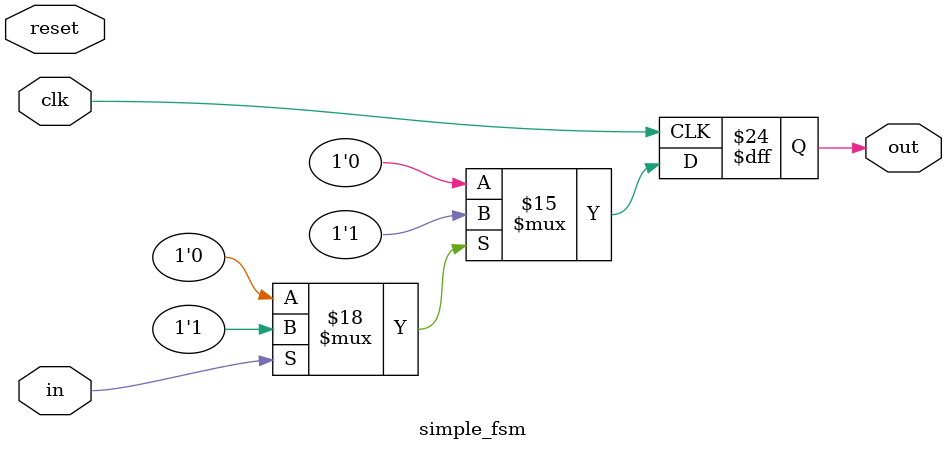
<source format=v>
module simple_fsm(clk, reset, in, out);
input clk;
input reset;
input in;
output out;
wire out;
reg present_state, next_state;
// In state 0, if in=1, stay in state 0. In state 0, if in=0, go to state 1
// In state 1, if in=1, stay in state 1. In state 1, if in=0, go to state 0
// out=1 in state 0 and out=0 in state 1
always @(posedge clk)
begin
    if (reset == 1)
        out = 0;
    else
        out = 0;
    if (reset == 1)
        present_state = 0;
    else
        present_state = 0;
    next_state = 0;
    if (in == 1)
        next_state = 1;
    if ((present_state == 0) && (next_state == 1))
        out = 1;
    if ((present_state == 1) && (next_state == 0))
        out = 0;
end
endmodule

</source>
